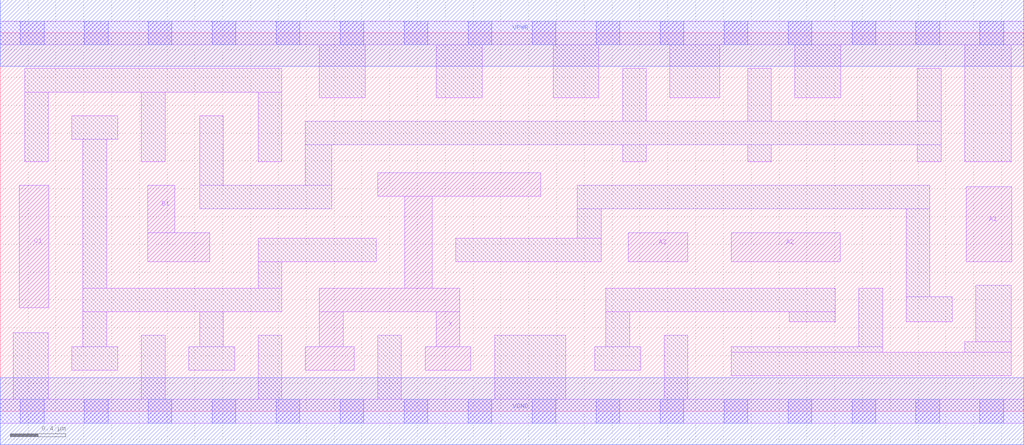
<source format=lef>
# Copyright 2020 The SkyWater PDK Authors
#
# Licensed under the Apache License, Version 2.0 (the "License");
# you may not use this file except in compliance with the License.
# You may obtain a copy of the License at
#
#     https://www.apache.org/licenses/LICENSE-2.0
#
# Unless required by applicable law or agreed to in writing, software
# distributed under the License is distributed on an "AS IS" BASIS,
# WITHOUT WARRANTIES OR CONDITIONS OF ANY KIND, either express or implied.
# See the License for the specific language governing permissions and
# limitations under the License.
#
# SPDX-License-Identifier: Apache-2.0

VERSION 5.7 ;
  NAMESCASESENSITIVE ON ;
  NOWIREEXTENSIONATPIN ON ;
  DIVIDERCHAR "/" ;
  BUSBITCHARS "[]" ;
UNITS
  DATABASE MICRONS 200 ;
END UNITS
MACRO sky130_fd_sc_hd__a311o_4
  CLASS CORE ;
  SOURCE USER ;
  FOREIGN sky130_fd_sc_hd__a311o_4 ;
  ORIGIN  0.000000  0.000000 ;
  SIZE  7.360000 BY  2.720000 ;
  SYMMETRY X Y R90 ;
  SITE unithd ;
  PIN A1
    ANTENNAGATEAREA  0.495000 ;
    DIRECTION INPUT ;
    USE SIGNAL ;
    PORT
      LAYER li1 ;
        RECT 6.945000 1.075000 7.275000 1.615000 ;
    END
  END A1
  PIN A2
    ANTENNAGATEAREA  0.495000 ;
    DIRECTION INPUT ;
    USE SIGNAL ;
    PORT
      LAYER li1 ;
        RECT 5.255000 1.075000 6.040000 1.285000 ;
    END
  END A2
  PIN A3
    ANTENNAGATEAREA  0.495000 ;
    DIRECTION INPUT ;
    USE SIGNAL ;
    PORT
      LAYER li1 ;
        RECT 4.515000 1.075000 4.945000 1.285000 ;
    END
  END A3
  PIN B1
    ANTENNAGATEAREA  0.495000 ;
    DIRECTION INPUT ;
    USE SIGNAL ;
    PORT
      LAYER li1 ;
        RECT 1.060000 1.075000 1.505000 1.285000 ;
        RECT 1.060000 1.285000 1.255000 1.625000 ;
    END
  END B1
  PIN C1
    ANTENNAGATEAREA  0.495000 ;
    DIRECTION INPUT ;
    USE SIGNAL ;
    PORT
      LAYER li1 ;
        RECT 0.135000 0.745000 0.350000 1.625000 ;
    END
  END C1
  PIN X
    ANTENNADIFFAREA  0.904000 ;
    DIRECTION OUTPUT ;
    USE SIGNAL ;
    PORT
      LAYER li1 ;
        RECT 2.195000 0.295000 2.545000 0.465000 ;
        RECT 2.295000 0.465000 2.465000 0.715000 ;
        RECT 2.295000 0.715000 3.305000 0.885000 ;
        RECT 2.715000 1.545000 3.885000 1.715000 ;
        RECT 2.910000 0.885000 3.105000 1.545000 ;
        RECT 3.055000 0.295000 3.385000 0.465000 ;
        RECT 3.135000 0.465000 3.305000 0.715000 ;
    END
  END X
  PIN VGND
    DIRECTION INOUT ;
    SHAPE ABUTMENT ;
    USE GROUND ;
    PORT
      LAYER met1 ;
        RECT 0.000000 -0.240000 7.360000 0.240000 ;
    END
  END VGND
  PIN VPWR
    DIRECTION INOUT ;
    SHAPE ABUTMENT ;
    USE POWER ;
    PORT
      LAYER met1 ;
        RECT 0.000000 2.480000 7.360000 2.960000 ;
    END
  END VPWR
  OBS
    LAYER li1 ;
      RECT 0.000000 -0.085000 7.360000 0.085000 ;
      RECT 0.000000  2.635000 7.360000 2.805000 ;
      RECT 0.095000  0.085000 0.345000 0.565000 ;
      RECT 0.175000  1.795000 0.345000 2.295000 ;
      RECT 0.175000  2.295000 2.025000 2.465000 ;
      RECT 0.515000  0.295000 0.845000 0.465000 ;
      RECT 0.515000  1.955000 0.845000 2.125000 ;
      RECT 0.595000  0.465000 0.765000 0.715000 ;
      RECT 0.595000  0.715000 2.025000 0.885000 ;
      RECT 0.595000  0.885000 0.765000 1.955000 ;
      RECT 1.015000  0.085000 1.185000 0.545000 ;
      RECT 1.015000  1.795000 1.185000 2.295000 ;
      RECT 1.355000  0.295000 1.685000 0.465000 ;
      RECT 1.435000  0.465000 1.605000 0.715000 ;
      RECT 1.435000  1.455000 2.385000 1.625000 ;
      RECT 1.435000  1.625000 1.605000 2.125000 ;
      RECT 1.855000  0.085000 2.025000 0.545000 ;
      RECT 1.855000  0.885000 2.025000 1.075000 ;
      RECT 1.855000  1.075000 2.705000 1.245000 ;
      RECT 1.855000  1.795000 2.025000 2.295000 ;
      RECT 2.195000  1.625000 2.385000 1.915000 ;
      RECT 2.195000  1.915000 6.765000 2.085000 ;
      RECT 2.295000  2.255000 2.625000 2.635000 ;
      RECT 2.715000  0.085000 2.885000 0.545000 ;
      RECT 3.135000  2.255000 3.465000 2.635000 ;
      RECT 3.275000  1.075000 4.320000 1.245000 ;
      RECT 3.555000  0.085000 4.065000 0.545000 ;
      RECT 3.975000  2.255000 4.305000 2.635000 ;
      RECT 4.150000  1.245000 4.320000 1.455000 ;
      RECT 4.150000  1.455000 6.685000 1.625000 ;
      RECT 4.275000  0.295000 4.605000 0.465000 ;
      RECT 4.355000  0.465000 4.525000 0.715000 ;
      RECT 4.355000  0.715000 6.005000 0.885000 ;
      RECT 4.475000  1.795000 4.645000 1.915000 ;
      RECT 4.475000  2.085000 4.645000 2.465000 ;
      RECT 4.775000  0.085000 4.945000 0.545000 ;
      RECT 4.815000  2.255000 5.175000 2.635000 ;
      RECT 5.255000  0.255000 7.270000 0.425000 ;
      RECT 5.255000  0.425000 6.345000 0.465000 ;
      RECT 5.375000  1.795000 5.545000 1.915000 ;
      RECT 5.375000  2.085000 5.545000 2.465000 ;
      RECT 5.675000  0.645000 6.005000 0.715000 ;
      RECT 5.715000  2.255000 6.045000 2.635000 ;
      RECT 6.175000  0.465000 6.345000 0.885000 ;
      RECT 6.515000  0.645000 6.845000 0.825000 ;
      RECT 6.515000  0.825000 6.685000 1.455000 ;
      RECT 6.595000  1.795000 6.765000 1.915000 ;
      RECT 6.595000  2.085000 6.765000 2.465000 ;
      RECT 6.935000  0.425000 7.270000 0.500000 ;
      RECT 6.935000  1.795000 7.270000 2.635000 ;
      RECT 7.015000  0.500000 7.270000 0.905000 ;
    LAYER mcon ;
      RECT 0.145000 -0.085000 0.315000 0.085000 ;
      RECT 0.145000  2.635000 0.315000 2.805000 ;
      RECT 0.605000 -0.085000 0.775000 0.085000 ;
      RECT 0.605000  2.635000 0.775000 2.805000 ;
      RECT 1.065000 -0.085000 1.235000 0.085000 ;
      RECT 1.065000  2.635000 1.235000 2.805000 ;
      RECT 1.525000 -0.085000 1.695000 0.085000 ;
      RECT 1.525000  2.635000 1.695000 2.805000 ;
      RECT 1.985000 -0.085000 2.155000 0.085000 ;
      RECT 1.985000  2.635000 2.155000 2.805000 ;
      RECT 2.445000 -0.085000 2.615000 0.085000 ;
      RECT 2.445000  2.635000 2.615000 2.805000 ;
      RECT 2.905000 -0.085000 3.075000 0.085000 ;
      RECT 2.905000  2.635000 3.075000 2.805000 ;
      RECT 3.365000 -0.085000 3.535000 0.085000 ;
      RECT 3.365000  2.635000 3.535000 2.805000 ;
      RECT 3.825000 -0.085000 3.995000 0.085000 ;
      RECT 3.825000  2.635000 3.995000 2.805000 ;
      RECT 4.285000 -0.085000 4.455000 0.085000 ;
      RECT 4.285000  2.635000 4.455000 2.805000 ;
      RECT 4.745000 -0.085000 4.915000 0.085000 ;
      RECT 4.745000  2.635000 4.915000 2.805000 ;
      RECT 5.205000 -0.085000 5.375000 0.085000 ;
      RECT 5.205000  2.635000 5.375000 2.805000 ;
      RECT 5.665000 -0.085000 5.835000 0.085000 ;
      RECT 5.665000  2.635000 5.835000 2.805000 ;
      RECT 6.125000 -0.085000 6.295000 0.085000 ;
      RECT 6.125000  2.635000 6.295000 2.805000 ;
      RECT 6.585000 -0.085000 6.755000 0.085000 ;
      RECT 6.585000  2.635000 6.755000 2.805000 ;
      RECT 7.045000 -0.085000 7.215000 0.085000 ;
      RECT 7.045000  2.635000 7.215000 2.805000 ;
  END
END sky130_fd_sc_hd__a311o_4
END LIBRARY

</source>
